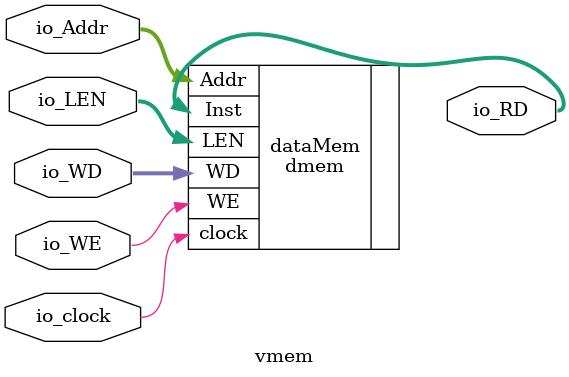
<source format=sv>
module vmem(	// src/main/scala/componets/MEM/memfile.scala:19:7
  input         io_clock,	// src/main/scala/componets/MEM/memfile.scala:20:14
  input  [31:0] io_Addr,	// src/main/scala/componets/MEM/memfile.scala:20:14
                io_WD,	// src/main/scala/componets/MEM/memfile.scala:20:14
  input         io_WE,	// src/main/scala/componets/MEM/memfile.scala:20:14
  input  [1:0]  io_LEN,	// src/main/scala/componets/MEM/memfile.scala:20:14
  output [31:0] io_RD	// src/main/scala/componets/MEM/memfile.scala:20:14
);

  dmem dataMem(
    .clock (io_clock),
    .Addr  (io_Addr),
    .WD    (io_WD),
    .WE    (io_WE),
    .LEN   (io_LEN),
    .Inst  (io_RD)
  );
  
endmodule


</source>
